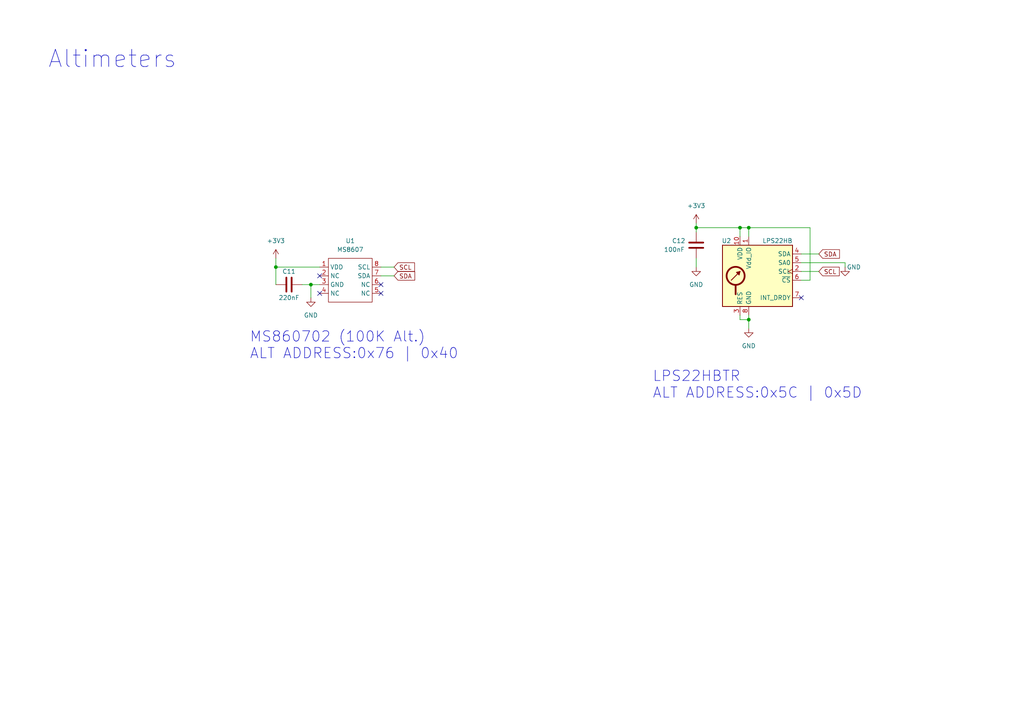
<source format=kicad_sch>
(kicad_sch (version 20230121) (generator eeschema)

  (uuid a9f42a91-c0df-4958-bbf9-8c2889eb2552)

  (paper "A4")

  (lib_symbols
    (symbol "+3V3_1" (power) (pin_names (offset 0)) (in_bom yes) (on_board yes)
      (property "Reference" "#PWR" (at 0 -3.81 0)
        (effects (font (size 1.27 1.27)) hide)
      )
      (property "Value" "+3V3_1" (at 0 3.556 0)
        (effects (font (size 1.27 1.27)))
      )
      (property "Footprint" "" (at 0 0 0)
        (effects (font (size 1.27 1.27)) hide)
      )
      (property "Datasheet" "" (at 0 0 0)
        (effects (font (size 1.27 1.27)) hide)
      )
      (property "ki_keywords" "global power" (at 0 0 0)
        (effects (font (size 1.27 1.27)) hide)
      )
      (property "ki_description" "Power symbol creates a global label with name \"+3V3\"" (at 0 0 0)
        (effects (font (size 1.27 1.27)) hide)
      )
      (symbol "+3V3_1_0_1"
        (polyline
          (pts
            (xy -0.762 1.27)
            (xy 0 2.54)
          )
          (stroke (width 0) (type default))
          (fill (type none))
        )
        (polyline
          (pts
            (xy 0 0)
            (xy 0 2.54)
          )
          (stroke (width 0) (type default))
          (fill (type none))
        )
        (polyline
          (pts
            (xy 0 2.54)
            (xy 0.762 1.27)
          )
          (stroke (width 0) (type default))
          (fill (type none))
        )
      )
      (symbol "+3V3_1_1_1"
        (pin power_in line (at 0 0 90) (length 0) hide
          (name "+3V3" (effects (font (size 1.27 1.27))))
          (number "1" (effects (font (size 1.27 1.27))))
        )
      )
    )
    (symbol "Device:C" (pin_numbers hide) (pin_names (offset 0.254)) (in_bom yes) (on_board yes)
      (property "Reference" "C" (at 0.635 2.54 0)
        (effects (font (size 1.27 1.27)) (justify left))
      )
      (property "Value" "C" (at 0.635 -2.54 0)
        (effects (font (size 1.27 1.27)) (justify left))
      )
      (property "Footprint" "" (at 0.9652 -3.81 0)
        (effects (font (size 1.27 1.27)) hide)
      )
      (property "Datasheet" "~" (at 0 0 0)
        (effects (font (size 1.27 1.27)) hide)
      )
      (property "ki_keywords" "cap capacitor" (at 0 0 0)
        (effects (font (size 1.27 1.27)) hide)
      )
      (property "ki_description" "Unpolarized capacitor" (at 0 0 0)
        (effects (font (size 1.27 1.27)) hide)
      )
      (property "ki_fp_filters" "C_*" (at 0 0 0)
        (effects (font (size 1.27 1.27)) hide)
      )
      (symbol "C_0_1"
        (polyline
          (pts
            (xy -2.032 -0.762)
            (xy 2.032 -0.762)
          )
          (stroke (width 0.508) (type default))
          (fill (type none))
        )
        (polyline
          (pts
            (xy -2.032 0.762)
            (xy 2.032 0.762)
          )
          (stroke (width 0.508) (type default))
          (fill (type none))
        )
      )
      (symbol "C_1_1"
        (pin passive line (at 0 3.81 270) (length 2.794)
          (name "~" (effects (font (size 1.27 1.27))))
          (number "1" (effects (font (size 1.27 1.27))))
        )
        (pin passive line (at 0 -3.81 90) (length 2.794)
          (name "~" (effects (font (size 1.27 1.27))))
          (number "2" (effects (font (size 1.27 1.27))))
        )
      )
    )
    (symbol "GND_1" (power) (pin_names (offset 0)) (in_bom yes) (on_board yes)
      (property "Reference" "#PWR" (at 0 -6.35 0)
        (effects (font (size 1.27 1.27)) hide)
      )
      (property "Value" "GND_1" (at 0 -3.81 0)
        (effects (font (size 1.27 1.27)))
      )
      (property "Footprint" "" (at 0 0 0)
        (effects (font (size 1.27 1.27)) hide)
      )
      (property "Datasheet" "" (at 0 0 0)
        (effects (font (size 1.27 1.27)) hide)
      )
      (property "ki_keywords" "global power" (at 0 0 0)
        (effects (font (size 1.27 1.27)) hide)
      )
      (property "ki_description" "Power symbol creates a global label with name \"GND\" , ground" (at 0 0 0)
        (effects (font (size 1.27 1.27)) hide)
      )
      (symbol "GND_1_0_1"
        (polyline
          (pts
            (xy 0 0)
            (xy 0 -1.27)
            (xy 1.27 -1.27)
            (xy 0 -2.54)
            (xy -1.27 -1.27)
            (xy 0 -1.27)
          )
          (stroke (width 0) (type default))
          (fill (type none))
        )
      )
      (symbol "GND_1_1_1"
        (pin power_in line (at 0 0 270) (length 0) hide
          (name "GND" (effects (font (size 1.27 1.27))))
          (number "1" (effects (font (size 1.27 1.27))))
        )
      )
    )
    (symbol "Global:MS8607" (in_bom yes) (on_board yes)
      (property "Reference" "U1" (at 1.27 11.43 0)
        (effects (font (size 1.27 1.27)))
      )
      (property "Value" "MS8607" (at 1.27 8.89 0)
        (effects (font (size 1.27 1.27)))
      )
      (property "Footprint" "Exo_Bronco_Avionics_Footprints:MS860702BA01-50" (at 0 0 0)
        (effects (font (size 1.27 1.27)) hide)
      )
      (property "Datasheet" "" (at 0 0 0)
        (effects (font (size 1.27 1.27)) hide)
      )
      (symbol "MS8607_0_1"
        (rectangle (start -5.08 6.35) (end 7.62 -6.35)
          (stroke (width 0) (type default))
          (fill (type none))
        )
      )
      (symbol "MS8607_1_1"
        (pin input line (at -7.62 3.81 0) (length 2.54)
          (name "VDD" (effects (font (size 1.27 1.27))))
          (number "1" (effects (font (size 1.27 1.27))))
        )
        (pin input line (at -7.62 1.27 0) (length 2.54)
          (name "NC" (effects (font (size 1.27 1.27))))
          (number "2" (effects (font (size 1.27 1.27))))
        )
        (pin input line (at -7.62 -1.27 0) (length 2.54)
          (name "GND" (effects (font (size 1.27 1.27))))
          (number "3" (effects (font (size 1.27 1.27))))
        )
        (pin input line (at -7.62 -3.81 0) (length 2.54)
          (name "NC" (effects (font (size 1.27 1.27))))
          (number "4" (effects (font (size 1.27 1.27))))
        )
        (pin input line (at 10.16 -3.81 180) (length 2.54)
          (name "NC" (effects (font (size 1.27 1.27))))
          (number "5" (effects (font (size 1.27 1.27))))
        )
        (pin input line (at 10.16 -1.27 180) (length 2.54)
          (name "NC" (effects (font (size 1.27 1.27))))
          (number "6" (effects (font (size 1.27 1.27))))
        )
        (pin input line (at 10.16 1.27 180) (length 2.54)
          (name "SDA" (effects (font (size 1.27 1.27))))
          (number "7" (effects (font (size 1.27 1.27))))
        )
        (pin input line (at 10.16 3.81 180) (length 2.54)
          (name "SCL" (effects (font (size 1.27 1.27))))
          (number "8" (effects (font (size 1.27 1.27))))
        )
      )
    )
    (symbol "Sensor_Pressure:LPS22HB" (in_bom yes) (on_board yes)
      (property "Reference" "U" (at -11.43 1.27 0)
        (effects (font (size 1.27 1.27)) (justify right))
      )
      (property "Value" "LPS22HB" (at -11.43 -1.27 0)
        (effects (font (size 1.27 1.27)) (justify right))
      )
      (property "Footprint" "Package_LGA:ST_HLGA-10_2x2mm_P0.5mm_LayoutBorder3x2y" (at 1.27 -11.43 0)
        (effects (font (size 1.27 1.27)) (justify left) hide)
      )
      (property "Datasheet" "https://www.st.com/resource/en/datasheet/lps22hb.pdf" (at 1.27 -13.97 0)
        (effects (font (size 1.27 1.27)) (justify left) hide)
      )
      (property "ki_keywords" "mems absolute baromeeter spi i2c pressure" (at 0 0 0)
        (effects (font (size 1.27 1.27)) hide)
      )
      (property "ki_description" "MEMS nano pressure sensor, 260-1260 hPa, absolute digital output baromeeter, 24 bit, SPI, I2C, 0.0075 hPa noise rms, ST_HLGA-10L" (at 0 0 0)
        (effects (font (size 1.27 1.27)) hide)
      )
      (property "ki_fp_filters" "ST?HLGA*2x2mm*P0.5mm*LayoutBorder3x2y*" (at 0 0 0)
        (effects (font (size 1.27 1.27)) hide)
      )
      (symbol "LPS22HB_0_1"
        (rectangle (start -10.16 10.16) (end 10.16 -7.62)
          (stroke (width 0.254) (type default))
          (fill (type background))
        )
        (circle (center -6.35 1.27) (radius 2.6162)
          (stroke (width 0.508) (type default))
          (fill (type none))
        )
        (polyline
          (pts
            (xy -7.62 0)
            (xy -5.08 2.54)
          )
          (stroke (width 0.254) (type default))
          (fill (type none))
        )
        (polyline
          (pts
            (xy -6.35 -1.524)
            (xy -6.35 -4.064)
          )
          (stroke (width 0.508) (type default))
          (fill (type none))
        )
        (polyline
          (pts
            (xy -5.08 2.54)
            (xy -5.334 1.524)
            (xy -6.096 2.286)
            (xy -5.08 2.54)
          )
          (stroke (width 0.254) (type default))
          (fill (type outline))
        )
      )
      (symbol "LPS22HB_1_1"
        (pin power_in line (at -2.54 12.7 270) (length 2.54)
          (name "Vdd_IO" (effects (font (size 1.27 1.27))))
          (number "1" (effects (font (size 1.27 1.27))))
        )
        (pin power_in line (at -5.08 12.7 270) (length 2.54)
          (name "VDD" (effects (font (size 1.27 1.27))))
          (number "10" (effects (font (size 1.27 1.27))))
        )
        (pin input clock (at 12.7 2.54 180) (length 2.54)
          (name "SCL" (effects (font (size 1.27 1.27))))
          (number "2" (effects (font (size 1.27 1.27))))
          (alternate "SPC" input clock)
        )
        (pin passive line (at -5.08 -10.16 90) (length 2.54)
          (name "RES" (effects (font (size 1.27 1.27))))
          (number "3" (effects (font (size 1.27 1.27))))
        )
        (pin bidirectional line (at 12.7 7.62 180) (length 2.54)
          (name "SDA" (effects (font (size 1.27 1.27))))
          (number "4" (effects (font (size 1.27 1.27))))
          (alternate "SDI" input line)
          (alternate "SDI/SDO" bidirectional line)
        )
        (pin input line (at 12.7 5.08 180) (length 2.54)
          (name "SA0" (effects (font (size 1.27 1.27))))
          (number "5" (effects (font (size 1.27 1.27))))
          (alternate "SDO" output line)
        )
        (pin input line (at 12.7 0 180) (length 2.54)
          (name "~{CS}" (effects (font (size 1.27 1.27))))
          (number "6" (effects (font (size 1.27 1.27))))
        )
        (pin output line (at 12.7 -5.08 180) (length 2.54)
          (name "INT_DRDY" (effects (font (size 1.27 1.27))))
          (number "7" (effects (font (size 1.27 1.27))))
        )
        (pin power_in line (at -2.54 -10.16 90) (length 2.54)
          (name "GND" (effects (font (size 1.27 1.27))))
          (number "8" (effects (font (size 1.27 1.27))))
        )
        (pin passive line (at -2.54 -10.16 90) (length 2.54) hide
          (name "GND" (effects (font (size 1.27 1.27))))
          (number "9" (effects (font (size 1.27 1.27))))
        )
      )
    )
    (symbol "power:+3V3" (power) (pin_names (offset 0)) (in_bom yes) (on_board yes)
      (property "Reference" "#PWR" (at 0 -3.81 0)
        (effects (font (size 1.27 1.27)) hide)
      )
      (property "Value" "+3V3" (at 0 3.556 0)
        (effects (font (size 1.27 1.27)))
      )
      (property "Footprint" "" (at 0 0 0)
        (effects (font (size 1.27 1.27)) hide)
      )
      (property "Datasheet" "" (at 0 0 0)
        (effects (font (size 1.27 1.27)) hide)
      )
      (property "ki_keywords" "power-flag" (at 0 0 0)
        (effects (font (size 1.27 1.27)) hide)
      )
      (property "ki_description" "Power symbol creates a global label with name \"+3V3\"" (at 0 0 0)
        (effects (font (size 1.27 1.27)) hide)
      )
      (symbol "+3V3_0_1"
        (polyline
          (pts
            (xy -0.762 1.27)
            (xy 0 2.54)
          )
          (stroke (width 0) (type default))
          (fill (type none))
        )
        (polyline
          (pts
            (xy 0 0)
            (xy 0 2.54)
          )
          (stroke (width 0) (type default))
          (fill (type none))
        )
        (polyline
          (pts
            (xy 0 2.54)
            (xy 0.762 1.27)
          )
          (stroke (width 0) (type default))
          (fill (type none))
        )
      )
      (symbol "+3V3_1_1"
        (pin power_in line (at 0 0 90) (length 0) hide
          (name "+3V3" (effects (font (size 1.27 1.27))))
          (number "1" (effects (font (size 1.27 1.27))))
        )
      )
    )
    (symbol "power:GND" (power) (pin_names (offset 0)) (in_bom yes) (on_board yes)
      (property "Reference" "#PWR" (at 0 -6.35 0)
        (effects (font (size 1.27 1.27)) hide)
      )
      (property "Value" "GND" (at 0 -3.81 0)
        (effects (font (size 1.27 1.27)))
      )
      (property "Footprint" "" (at 0 0 0)
        (effects (font (size 1.27 1.27)) hide)
      )
      (property "Datasheet" "" (at 0 0 0)
        (effects (font (size 1.27 1.27)) hide)
      )
      (property "ki_keywords" "power-flag" (at 0 0 0)
        (effects (font (size 1.27 1.27)) hide)
      )
      (property "ki_description" "Power symbol creates a global label with name \"GND\" , ground" (at 0 0 0)
        (effects (font (size 1.27 1.27)) hide)
      )
      (symbol "GND_0_1"
        (polyline
          (pts
            (xy 0 0)
            (xy 0 -1.27)
            (xy 1.27 -1.27)
            (xy 0 -2.54)
            (xy -1.27 -1.27)
            (xy 0 -1.27)
          )
          (stroke (width 0) (type default))
          (fill (type none))
        )
      )
      (symbol "GND_1_1"
        (pin power_in line (at 0 0 270) (length 0) hide
          (name "GND" (effects (font (size 1.27 1.27))))
          (number "1" (effects (font (size 1.27 1.27))))
        )
      )
    )
  )

  (junction (at 90.17 82.55) (diameter 0) (color 0 0 0 0)
    (uuid 10224ade-6f57-429e-ac15-00ad22fe9f7e)
  )
  (junction (at 201.93 66.04) (diameter 0) (color 0 0 0 0)
    (uuid 20a59186-2c20-465f-99f5-6209ccdffd9f)
  )
  (junction (at 80.01 77.47) (diameter 0) (color 0 0 0 0)
    (uuid 4ad54eeb-08a6-4cdc-b827-65a5195e64b8)
  )
  (junction (at 217.17 92.71) (diameter 0) (color 0 0 0 0)
    (uuid 70e76986-46ae-45c4-a817-74e4ad8217a6)
  )
  (junction (at 214.63 66.04) (diameter 0) (color 0 0 0 0)
    (uuid cfcce8e8-c7de-4536-b84c-15d977afda4d)
  )
  (junction (at 217.17 66.04) (diameter 0) (color 0 0 0 0)
    (uuid d89aa969-8fe4-4c7d-9b91-085e16fa8b54)
  )

  (no_connect (at 92.71 85.09) (uuid 0dd76b2b-c816-4009-869d-0eace4a06df3))
  (no_connect (at 232.41 86.36) (uuid 7b4cbe0b-32c1-4163-bde1-57c45eb1bda8))
  (no_connect (at 110.49 82.55) (uuid aa93b962-45f7-4b79-8246-08251e6316f6))
  (no_connect (at 92.71 80.01) (uuid fe4e1ae9-bf09-4fe7-8da7-81257bd0eb43))
  (no_connect (at 110.49 85.09) (uuid ff4f1360-79b4-4954-aee4-1f5cb40874fc))

  (wire (pts (xy 80.01 77.47) (xy 80.01 82.55))
    (stroke (width 0) (type default))
    (uuid 0024f212-330e-4409-bc80-39d52158739b)
  )
  (wire (pts (xy 110.49 77.47) (xy 114.3 77.47))
    (stroke (width 0) (type default))
    (uuid 0203bcfc-aafc-4b71-a9ca-59acef9ad030)
  )
  (wire (pts (xy 217.17 91.44) (xy 217.17 92.71))
    (stroke (width 0) (type default))
    (uuid 0531d15f-ed7f-498c-a2a7-308adfa1fee8)
  )
  (wire (pts (xy 232.41 76.2) (xy 245.11 76.2))
    (stroke (width 0) (type default))
    (uuid 07d6c159-2a4f-4c03-bdf0-e3ef259412af)
  )
  (wire (pts (xy 234.95 66.04) (xy 217.17 66.04))
    (stroke (width 0) (type default))
    (uuid 1098d2ab-5d47-41a2-beeb-c7bb7860aa6f)
  )
  (wire (pts (xy 201.93 64.77) (xy 201.93 66.04))
    (stroke (width 0) (type default))
    (uuid 1d1f43a1-e02b-460c-9681-e666bb430a77)
  )
  (wire (pts (xy 90.17 82.55) (xy 92.71 82.55))
    (stroke (width 0) (type default))
    (uuid 1d82602f-ea3e-4538-8d77-86ee1415a698)
  )
  (wire (pts (xy 214.63 66.04) (xy 217.17 66.04))
    (stroke (width 0) (type default))
    (uuid 20c3580e-d37f-44de-abb9-c759b174ec4b)
  )
  (wire (pts (xy 232.41 81.28) (xy 234.95 81.28))
    (stroke (width 0) (type default))
    (uuid 4511f6b6-ee7a-49f1-a1cb-c52fabf410a9)
  )
  (wire (pts (xy 217.17 66.04) (xy 217.17 68.58))
    (stroke (width 0) (type default))
    (uuid 4a51f341-cc8a-4ad7-bf9b-c5f9c05aae42)
  )
  (wire (pts (xy 201.93 66.04) (xy 201.93 67.31))
    (stroke (width 0) (type default))
    (uuid 52e991c3-dadd-459a-819b-1d0bfb367a22)
  )
  (wire (pts (xy 110.49 80.01) (xy 114.3 80.01))
    (stroke (width 0) (type default))
    (uuid 575bb6cd-262c-4b83-a5e2-f6e46a426eee)
  )
  (wire (pts (xy 80.01 74.93) (xy 80.01 77.47))
    (stroke (width 0) (type default))
    (uuid 6dcbae78-6cb9-4665-af59-4f3b0374b146)
  )
  (wire (pts (xy 80.01 77.47) (xy 92.71 77.47))
    (stroke (width 0) (type default))
    (uuid 71070041-e598-4cf8-9b6e-932bbf134d95)
  )
  (wire (pts (xy 232.41 73.66) (xy 237.49 73.66))
    (stroke (width 0) (type default))
    (uuid 8018fd3e-23df-4ac8-bc78-26bb1c7e867e)
  )
  (wire (pts (xy 201.93 66.04) (xy 214.63 66.04))
    (stroke (width 0) (type default))
    (uuid 859f91c1-2f93-4c94-b00c-fdeda080d013)
  )
  (wire (pts (xy 90.17 82.55) (xy 90.17 86.36))
    (stroke (width 0) (type default))
    (uuid abb0809b-06bb-4421-8ce2-56e12207b876)
  )
  (wire (pts (xy 214.63 91.44) (xy 214.63 92.71))
    (stroke (width 0) (type default))
    (uuid ad7ad3be-316f-4eb1-9d42-38eaad033616)
  )
  (wire (pts (xy 245.11 76.2) (xy 245.11 77.47))
    (stroke (width 0) (type default))
    (uuid b008c547-6741-4b02-987d-5bf9c7312dfd)
  )
  (wire (pts (xy 217.17 92.71) (xy 217.17 95.25))
    (stroke (width 0) (type default))
    (uuid b3807bc1-3c4c-477f-938f-e56cee11ba10)
  )
  (wire (pts (xy 214.63 92.71) (xy 217.17 92.71))
    (stroke (width 0) (type default))
    (uuid c337d1d9-c965-4ba2-8ff8-5f871b8a609c)
  )
  (wire (pts (xy 232.41 78.74) (xy 237.49 78.74))
    (stroke (width 0) (type default))
    (uuid ca207b62-39bf-4a77-9f88-489101bd9bb5)
  )
  (wire (pts (xy 234.95 66.04) (xy 234.95 81.28))
    (stroke (width 0) (type default))
    (uuid d15bb8ff-a156-4acd-82fc-0587f158793c)
  )
  (wire (pts (xy 201.93 74.93) (xy 201.93 77.47))
    (stroke (width 0) (type default))
    (uuid db75088f-ee64-4c72-bf9f-a49e61a110e6)
  )
  (wire (pts (xy 214.63 66.04) (xy 214.63 68.58))
    (stroke (width 0) (type default))
    (uuid f2cfb946-6b0a-42c4-8fe0-05a87ff719a9)
  )
  (wire (pts (xy 87.63 82.55) (xy 90.17 82.55))
    (stroke (width 0) (type default))
    (uuid fd3b44ce-3f24-41f1-9b02-5a9988d00e7f)
  )

  (text "Altimeters\n" (at 13.8176 20.1676 0)
    (effects (font (size 5 5)) (justify left bottom))
    (uuid 1c4ead20-ff6c-4333-ae02-f15822b6e8ec)
  )
  (text "LPS22HBTR\nALT ADDRESS:0x5C | 0x5D\n " (at 189.23 120.65 0)
    (effects (font (size 3 3)) (justify left bottom))
    (uuid 9f8a6e5c-a05d-4fff-bb99-44808117c919)
  )
  (text "MS860702 (100K Alt.)\nALT ADDRESS:0x76 | 0x40\n " (at 72.39 109.22 0)
    (effects (font (size 3 3)) (justify left bottom))
    (uuid a86f3b62-f619-483b-bccd-2e1837949b48)
  )

  (global_label "SDA" (shape input) (at 114.3 80.01 0) (fields_autoplaced)
    (effects (font (size 1.27 1.27)) (justify left))
    (uuid 4cceec49-7c2d-4a4e-98f2-aba77bccf634)
    (property "Intersheetrefs" "${INTERSHEET_REFS}" (at 120.2812 79.9306 0)
      (effects (font (size 1.27 1.27)) (justify left) hide)
    )
  )
  (global_label "SDA" (shape input) (at 237.49 73.66 0) (fields_autoplaced)
    (effects (font (size 1.27 1.27)) (justify left))
    (uuid 8dfddfe5-de8b-4509-9368-dc776928723d)
    (property "Intersheetrefs" "${INTERSHEET_REFS}" (at 243.4712 73.5806 0)
      (effects (font (size 1.27 1.27)) (justify left) hide)
    )
  )
  (global_label "SCL" (shape input) (at 114.3 77.47 0) (fields_autoplaced)
    (effects (font (size 1.27 1.27)) (justify left))
    (uuid 97226c85-e3e2-4894-9089-1db62ca23c2d)
    (property "Intersheetrefs" "${INTERSHEET_REFS}" (at 120.2207 77.3906 0)
      (effects (font (size 1.27 1.27)) (justify left) hide)
    )
  )
  (global_label "SCL" (shape input) (at 237.49 78.74 0) (fields_autoplaced)
    (effects (font (size 1.27 1.27)) (justify left))
    (uuid efc98d93-4642-42f7-8354-c9d4ae658ae9)
    (property "Intersheetrefs" "${INTERSHEET_REFS}" (at 243.4107 78.6606 0)
      (effects (font (size 1.27 1.27)) (justify left) hide)
    )
  )

  (symbol (lib_name "GND_1") (lib_id "power:GND") (at 201.93 77.47 0) (unit 1)
    (in_bom yes) (on_board yes) (dnp no) (fields_autoplaced)
    (uuid 06dce9ca-3f90-43e0-9060-f7fe265377b9)
    (property "Reference" "#PWR02" (at 201.93 83.82 0)
      (effects (font (size 1.27 1.27)) hide)
    )
    (property "Value" "GND" (at 201.93 82.55 0)
      (effects (font (size 1.27 1.27)))
    )
    (property "Footprint" "" (at 201.93 77.47 0)
      (effects (font (size 1.27 1.27)) hide)
    )
    (property "Datasheet" "" (at 201.93 77.47 0)
      (effects (font (size 1.27 1.27)) hide)
    )
    (pin "1" (uuid f1fccdce-d849-4ccb-b601-4e2d44a9111f))
    (instances
      (project "AvionicsV0"
        (path "/e63e39d7-6ac0-4ffd-8aa3-1841a4541b55/d0780931-fd80-4887-ae40-469dcb55b038/3a3bfbd6-c616-42f1-9eef-1ca717dd3dba"
          (reference "#PWR02") (unit 1)
        )
      )
    )
  )

  (symbol (lib_id "Device:C") (at 201.93 71.12 0) (unit 1)
    (in_bom yes) (on_board yes) (dnp no)
    (uuid 2ced03f8-f723-4fbc-9279-47a33f6345bc)
    (property "Reference" "C12" (at 196.85 69.85 0)
      (effects (font (size 1.27 1.27)))
    )
    (property "Value" "100nF" (at 195.58 72.39 0)
      (effects (font (size 1.27 1.27)))
    )
    (property "Footprint" "Capacitor_SMD:C_0603_1608Metric" (at 202.8952 74.93 0)
      (effects (font (size 1.27 1.27)) hide)
    )
    (property "Datasheet" "~" (at 201.93 71.12 0)
      (effects (font (size 1.27 1.27)) hide)
    )
    (pin "1" (uuid 11656ae9-939a-4951-90e8-97b4e183c4fb))
    (pin "2" (uuid dc061c72-b289-4790-be2f-1c4cd8cf0e48))
    (instances
      (project "AvionicsV0"
        (path "/e63e39d7-6ac0-4ffd-8aa3-1841a4541b55/d0780931-fd80-4887-ae40-469dcb55b038/3a3bfbd6-c616-42f1-9eef-1ca717dd3dba"
          (reference "C12") (unit 1)
        )
      )
    )
  )

  (symbol (lib_id "Device:C") (at 83.82 82.55 90) (unit 1)
    (in_bom yes) (on_board yes) (dnp no)
    (uuid 3928aa73-252c-442b-874f-fa0f82f5d3db)
    (property "Reference" "C11" (at 83.82 78.74 90)
      (effects (font (size 1.27 1.27)))
    )
    (property "Value" "220nF" (at 83.82 86.36 90)
      (effects (font (size 1.27 1.27)))
    )
    (property "Footprint" "Capacitor_SMD:C_0603_1608Metric" (at 87.63 81.5848 0)
      (effects (font (size 1.27 1.27)) hide)
    )
    (property "Datasheet" "~" (at 83.82 82.55 0)
      (effects (font (size 1.27 1.27)) hide)
    )
    (pin "1" (uuid 6fdc6513-85fa-4ac4-9fba-94c952fa0cb6))
    (pin "2" (uuid e5b6791b-2629-495a-a81d-53fd10246ee0))
    (instances
      (project "AvionicsV0"
        (path "/e63e39d7-6ac0-4ffd-8aa3-1841a4541b55/d0780931-fd80-4887-ae40-469dcb55b038/3a3bfbd6-c616-42f1-9eef-1ca717dd3dba"
          (reference "C11") (unit 1)
        )
      )
    )
  )

  (symbol (lib_name "GND_1") (lib_id "power:GND") (at 217.17 95.25 0) (unit 1)
    (in_bom yes) (on_board yes) (dnp no) (fields_autoplaced)
    (uuid 4bb23c95-e81e-424c-8f19-2ea097aa468a)
    (property "Reference" "#PWR03" (at 217.17 101.6 0)
      (effects (font (size 1.27 1.27)) hide)
    )
    (property "Value" "GND" (at 217.17 100.33 0)
      (effects (font (size 1.27 1.27)))
    )
    (property "Footprint" "" (at 217.17 95.25 0)
      (effects (font (size 1.27 1.27)) hide)
    )
    (property "Datasheet" "" (at 217.17 95.25 0)
      (effects (font (size 1.27 1.27)) hide)
    )
    (pin "1" (uuid 5d398929-d8e6-4c60-8a1b-5a4528d465c7))
    (instances
      (project "AvionicsV0"
        (path "/e63e39d7-6ac0-4ffd-8aa3-1841a4541b55/d0780931-fd80-4887-ae40-469dcb55b038/3a3bfbd6-c616-42f1-9eef-1ca717dd3dba"
          (reference "#PWR03") (unit 1)
        )
      )
    )
  )

  (symbol (lib_id "power:GND") (at 90.17 86.36 0) (unit 1)
    (in_bom yes) (on_board yes) (dnp no) (fields_autoplaced)
    (uuid 73109fbb-15f6-4d8c-a8e6-0b760c4e14c4)
    (property "Reference" "#PWR0170" (at 90.17 92.71 0)
      (effects (font (size 1.27 1.27)) hide)
    )
    (property "Value" "GND" (at 90.17 91.44 0)
      (effects (font (size 1.27 1.27)))
    )
    (property "Footprint" "" (at 90.17 86.36 0)
      (effects (font (size 1.27 1.27)) hide)
    )
    (property "Datasheet" "" (at 90.17 86.36 0)
      (effects (font (size 1.27 1.27)) hide)
    )
    (pin "1" (uuid 0ffd9c88-1117-4587-890d-074a10d28172))
    (instances
      (project "AvionicsV0"
        (path "/e63e39d7-6ac0-4ffd-8aa3-1841a4541b55/d0780931-fd80-4887-ae40-469dcb55b038/3a3bfbd6-c616-42f1-9eef-1ca717dd3dba"
          (reference "#PWR0170") (unit 1)
        )
      )
    )
  )

  (symbol (lib_id "Global:MS8607") (at 100.33 81.28 0) (unit 1)
    (in_bom yes) (on_board yes) (dnp no) (fields_autoplaced)
    (uuid 745fe90e-c09f-4980-939d-c86bb79f5d7c)
    (property "Reference" "U1" (at 101.6 69.85 0)
      (effects (font (size 1.27 1.27)))
    )
    (property "Value" "MS8607" (at 101.6 72.39 0)
      (effects (font (size 1.27 1.27)))
    )
    (property "Footprint" "Exo_Bronco_Avionics_Footprints:MS860702BA01-50" (at 100.33 81.28 0)
      (effects (font (size 1.27 1.27)) hide)
    )
    (property "Datasheet" "" (at 100.33 81.28 0)
      (effects (font (size 1.27 1.27)) hide)
    )
    (pin "1" (uuid 428c5f14-5076-4145-85f3-76837b0b41f8))
    (pin "2" (uuid 2873e490-c9bf-4c89-897a-2c4ba6a0f218))
    (pin "3" (uuid 7e895bde-8d5a-40b7-9647-75bc017e128c))
    (pin "4" (uuid ff86d4a9-3ed1-49ff-b332-47f615b32b3a))
    (pin "5" (uuid 203f4ce3-c884-42de-9cdb-aced29342910))
    (pin "6" (uuid 777373b6-39b2-4574-afde-52150cdad405))
    (pin "7" (uuid acf81f41-e953-4bf3-a109-1c59a82f6fa5))
    (pin "8" (uuid df5486e5-2dda-4607-88ce-0ab88846dbb7))
    (instances
      (project "AvionicsV0"
        (path "/e63e39d7-6ac0-4ffd-8aa3-1841a4541b55/d0780931-fd80-4887-ae40-469dcb55b038/3a3bfbd6-c616-42f1-9eef-1ca717dd3dba"
          (reference "U1") (unit 1)
        )
      )
    )
  )

  (symbol (lib_id "Sensor_Pressure:LPS22HB") (at 219.71 81.28 0) (unit 1)
    (in_bom yes) (on_board yes) (dnp no)
    (uuid 872730de-9e69-4a79-986e-3fb67b18d27e)
    (property "Reference" "U2" (at 212.09 69.85 0)
      (effects (font (size 1.27 1.27)) (justify right))
    )
    (property "Value" "LPS22HB" (at 229.87 69.85 0)
      (effects (font (size 1.27 1.27)) (justify right))
    )
    (property "Footprint" "Package_LGA:ST_HLGA-10_2x2mm_P0.5mm_LayoutBorder3x2y" (at 220.98 92.71 0)
      (effects (font (size 1.27 1.27)) (justify left) hide)
    )
    (property "Datasheet" "https://www.st.com/resource/en/datasheet/lps22hb.pdf" (at 220.98 95.25 0)
      (effects (font (size 1.27 1.27)) (justify left) hide)
    )
    (pin "1" (uuid 53979c75-28e8-4c89-841a-8ae4f94031fa))
    (pin "10" (uuid e96c044b-4a74-4860-a05b-9c9a5b85d176))
    (pin "2" (uuid 6b26ec1f-5137-4403-aa7b-08a3870cc1bb))
    (pin "3" (uuid 7b5620e6-0e36-46c8-9c6c-017d21b3cbe1))
    (pin "4" (uuid 5ca5cc85-32e5-4733-ba55-d917e3aaeec5))
    (pin "5" (uuid a2926edb-345f-4663-9182-e56480b94f63))
    (pin "6" (uuid 9071b0e6-6677-45b6-adcb-b7cde265f36a))
    (pin "7" (uuid cf29d5e9-156d-44e6-8e93-1d80073d5708))
    (pin "8" (uuid 27008e9e-eafa-46a4-bfb2-49b8f0120644))
    (pin "9" (uuid 4f28f393-d674-441f-aaf2-ecd36e4e4a09))
    (instances
      (project "AvionicsV0"
        (path "/e63e39d7-6ac0-4ffd-8aa3-1841a4541b55/d0780931-fd80-4887-ae40-469dcb55b038/3a3bfbd6-c616-42f1-9eef-1ca717dd3dba"
          (reference "U2") (unit 1)
        )
      )
    )
  )

  (symbol (lib_id "power:+3V3") (at 80.01 74.93 0) (unit 1)
    (in_bom yes) (on_board yes) (dnp no) (fields_autoplaced)
    (uuid 8af69020-ca2f-49fb-b40b-eec6f13c666d)
    (property "Reference" "#PWR0130" (at 80.01 78.74 0)
      (effects (font (size 1.27 1.27)) hide)
    )
    (property "Value" "+3V3" (at 80.01 69.85 0)
      (effects (font (size 1.27 1.27)))
    )
    (property "Footprint" "" (at 80.01 74.93 0)
      (effects (font (size 1.27 1.27)) hide)
    )
    (property "Datasheet" "" (at 80.01 74.93 0)
      (effects (font (size 1.27 1.27)) hide)
    )
    (pin "1" (uuid ef104935-6652-4eaa-8d34-7cca02b76ca8))
    (instances
      (project "AvionicsV0"
        (path "/e63e39d7-6ac0-4ffd-8aa3-1841a4541b55/d0780931-fd80-4887-ae40-469dcb55b038/3a3bfbd6-c616-42f1-9eef-1ca717dd3dba"
          (reference "#PWR0130") (unit 1)
        )
      )
    )
  )

  (symbol (lib_name "GND_1") (lib_id "power:GND") (at 245.11 77.47 0) (unit 1)
    (in_bom yes) (on_board yes) (dnp no)
    (uuid 9f633a14-e2d1-4154-a47e-9499f19eb2ba)
    (property "Reference" "#PWR04" (at 245.11 83.82 0)
      (effects (font (size 1.27 1.27)) hide)
    )
    (property "Value" "GND" (at 247.65 77.47 0)
      (effects (font (size 1.27 1.27)))
    )
    (property "Footprint" "" (at 245.11 77.47 0)
      (effects (font (size 1.27 1.27)) hide)
    )
    (property "Datasheet" "" (at 245.11 77.47 0)
      (effects (font (size 1.27 1.27)) hide)
    )
    (pin "1" (uuid 936ee048-9e49-443c-9c0e-2c39f9f4f1db))
    (instances
      (project "AvionicsV0"
        (path "/e63e39d7-6ac0-4ffd-8aa3-1841a4541b55/d0780931-fd80-4887-ae40-469dcb55b038/3a3bfbd6-c616-42f1-9eef-1ca717dd3dba"
          (reference "#PWR04") (unit 1)
        )
      )
    )
  )

  (symbol (lib_name "+3V3_1") (lib_id "power:+3V3") (at 201.93 64.77 0) (unit 1)
    (in_bom yes) (on_board yes) (dnp no) (fields_autoplaced)
    (uuid d7573bc9-a24f-4adc-9f05-bba4359ff5de)
    (property "Reference" "#PWR01" (at 201.93 68.58 0)
      (effects (font (size 1.27 1.27)) hide)
    )
    (property "Value" "+3V3" (at 201.93 59.69 0)
      (effects (font (size 1.27 1.27)))
    )
    (property "Footprint" "" (at 201.93 64.77 0)
      (effects (font (size 1.27 1.27)) hide)
    )
    (property "Datasheet" "" (at 201.93 64.77 0)
      (effects (font (size 1.27 1.27)) hide)
    )
    (pin "1" (uuid 96e39d74-b551-49cd-9ed6-19fab240e365))
    (instances
      (project "AvionicsV0"
        (path "/e63e39d7-6ac0-4ffd-8aa3-1841a4541b55/d0780931-fd80-4887-ae40-469dcb55b038/3a3bfbd6-c616-42f1-9eef-1ca717dd3dba"
          (reference "#PWR01") (unit 1)
        )
      )
    )
  )
)

</source>
